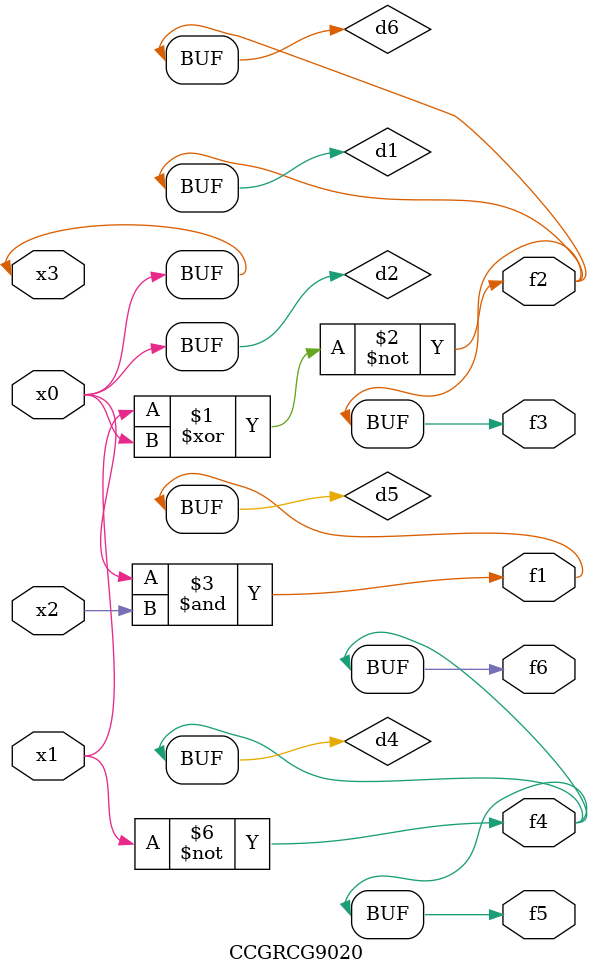
<source format=v>
module CCGRCG9020(
	input x0, x1, x2, x3,
	output f1, f2, f3, f4, f5, f6
);

	wire d1, d2, d3, d4, d5, d6;

	xnor (d1, x1, x3);
	buf (d2, x0, x3);
	nand (d3, x0, x2);
	not (d4, x1);
	nand (d5, d3);
	or (d6, d1);
	assign f1 = d5;
	assign f2 = d6;
	assign f3 = d6;
	assign f4 = d4;
	assign f5 = d4;
	assign f6 = d4;
endmodule

</source>
